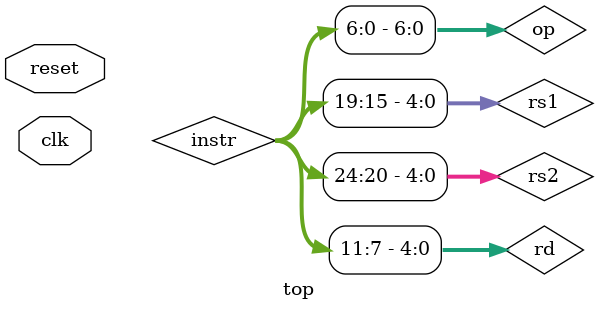
<source format=v>
module top (
    input clk,
    input reset
);

    // === Program Counter ===
    wire [31:0] pc_current;
    wire [31:0] pc_next;
    wire [31:0] pc_plus4;

    pc program_counter (
        .clk(clk),
        .reset(reset),
        .pc_next(pc_next),
        .pc_out(pc_current)
    );

    // === Instruction Memory ===
    wire [31:0] instr;

    instr_mem imem (
        .addr(pc_current),
        .instr(instr)
    );

    // === Instruction Fields ===
    wire [6:0]  op      = instr[6:0];
    wire [4:0]  rd      = instr[11:7];
    wire [2:0]  funct3  = instr[14:12];
    wire [4:0]  rs1     = instr[19:15];
    wire [4:0]  rs2     = instr[24:20];
    wire        funct7b5 = instr[30];
    

    // === Control Unit ===
    wire        reg_write, mem_write, alu_src;
    wire [1:0]  imm_src, result_src;
    wire        pc_src;
    wire [2:0]  alu_control;

    control_unit cu (
        .op(op),
        .funct3(funct3),
        .funct7b5(funct7b5),
        .zero(zero),
        .reg_write(reg_write),
        .mem_write(mem_write),
        .alu_src(alu_src),
        .imm_src(imm_src),
        .result_src(result_src),
        .pc_src(pc_src),
        .alu_control(alu_control)
    );
    
    // === Immediate Generator ===
    wire [31:0] imm_ext;

    imm_gen immgen (
        .instr_bits(instr[31:7]),
        .imm_src(imm_src),
        .imm_ext(imm_ext)
    );

    // === Register File ===
    wire [31:0] rd1, rd2;

    reg_file rf (
        .clk(clk),
        .we3(reg_write),
        .a1(rs1),
        .a2(rs2),
        .a3(rd),
        .wd3(result),
        .rd1(rd1),
        .rd2(rd2)
    );

    // === ALU ===
    wire [31:0] src_b, alu_result;
    wire zero;

    assign src_b = (alu_src) ? imm_ext : rd2;

    alu alu_unit (
        .A(rd1),
        .B(src_b),
        .alu_control(alu_control),
        .result(alu_result),
        .zero(zero)
    );

    // === Data Memory ===
    wire [31:0] read_data;

    data_memory dmem (
        .clk(clk),
        .addr(alu_result),
        .wd(rd2),
        .we(mem_write),
        .rd(read_data)
    );

    // === Result Mux ===
    wire [31:0] result;

    assign result =
        (result_src == 2'b00) ? alu_result :
        (result_src == 2'b01) ? read_data  :
        (result_src == 2'b10) ? pc_plus4   :
        (result_src == 2'b11) ? imm_ext    : 
        32'b0;

    // === PC Adder: PC + 4 and PC + imm ===
    adder pc_add4 (
        .a(pc_current),
        .b(32'd4),
        .sum(pc_plus4)
    );

    wire [31:0] pc_target;

    adder pc_branch (
        .a(pc_current),
        .b(imm_ext),
        .sum(pc_target)
    );

    assign pc_next = (pc_src) ? pc_target : pc_plus4;

endmodule

</source>
